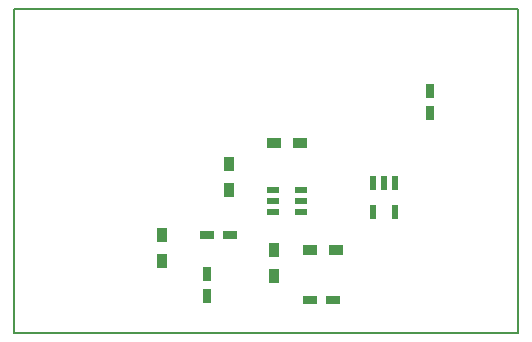
<source format=gbr>
%TF.GenerationSoftware,KiCad,Pcbnew,4.0.7*%
%TF.CreationDate,2018-05-13T22:07:06+02:00*%
%TF.ProjectId,nestbox,6E657374626F782E6B696361645F7063,rev?*%
%TF.FileFunction,Paste,Top*%
%FSLAX46Y46*%
G04 Gerber Fmt 4.6, Leading zero omitted, Abs format (unit mm)*
G04 Created by KiCad (PCBNEW 4.0.7) date 05/13/18 22:07:06*
%MOMM*%
%LPD*%
G01*
G04 APERTURE LIST*
%ADD10C,0.150000*%
%ADD11R,0.990600X0.609600*%
%ADD12R,0.590000X1.210000*%
%ADD13R,0.750000X1.200000*%
%ADD14R,1.200000X0.750000*%
%ADD15R,1.200000X0.900000*%
%ADD16R,0.900000X1.200000*%
G04 APERTURE END LIST*
D10*
X155150000Y-121050000D02*
X156500000Y-121050000D01*
X156500000Y-93600000D02*
X156500000Y-121050000D01*
X113775000Y-93600000D02*
X156525000Y-93600000D01*
X113775000Y-121050000D02*
X113775000Y-93600000D01*
X155175000Y-121050000D02*
X113775000Y-121050000D01*
D11*
X135764220Y-108960200D03*
X135764220Y-109900000D03*
X135764220Y-110839800D03*
X138085780Y-110839800D03*
X138085780Y-109900000D03*
X138085780Y-108960200D03*
D12*
X146100000Y-108320000D03*
X145150000Y-108320000D03*
X144200000Y-108320000D03*
X144200000Y-110830000D03*
X146100000Y-110830000D03*
D13*
X130175000Y-116017000D03*
X130175000Y-117917000D03*
D14*
X132077500Y-112776000D03*
X130177500Y-112776000D03*
X140800000Y-118300000D03*
X138900000Y-118300000D03*
D15*
X138050000Y-104925000D03*
X135850000Y-104925000D03*
D16*
X126301500Y-112755500D03*
X126301500Y-114955500D03*
X132050000Y-108975000D03*
X132050000Y-106775000D03*
X135800000Y-114050000D03*
X135800000Y-116250000D03*
D15*
X141100000Y-114050000D03*
X138900000Y-114050000D03*
D13*
X149000000Y-102450000D03*
X149000000Y-100550000D03*
M02*

</source>
